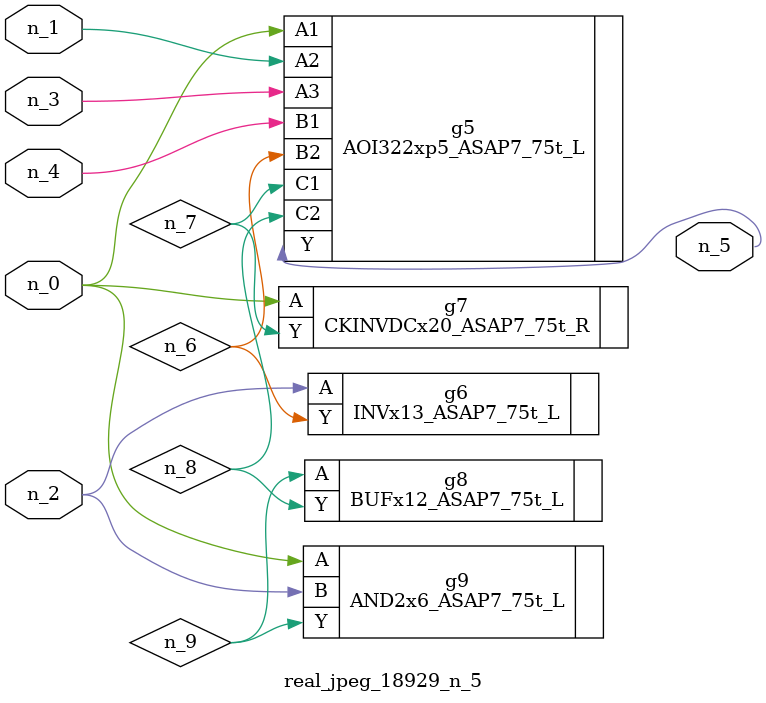
<source format=v>
module real_jpeg_18929_n_5 (n_4, n_0, n_1, n_2, n_3, n_5);

input n_4;
input n_0;
input n_1;
input n_2;
input n_3;

output n_5;

wire n_8;
wire n_6;
wire n_7;
wire n_9;

AOI322xp5_ASAP7_75t_L g5 ( 
.A1(n_0),
.A2(n_1),
.A3(n_3),
.B1(n_4),
.B2(n_6),
.C1(n_7),
.C2(n_8),
.Y(n_5)
);

CKINVDCx20_ASAP7_75t_R g7 ( 
.A(n_0),
.Y(n_7)
);

AND2x6_ASAP7_75t_L g9 ( 
.A(n_0),
.B(n_2),
.Y(n_9)
);

INVx13_ASAP7_75t_L g6 ( 
.A(n_2),
.Y(n_6)
);

BUFx12_ASAP7_75t_L g8 ( 
.A(n_9),
.Y(n_8)
);


endmodule
</source>
